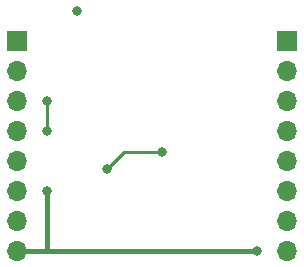
<source format=gbl>
%TF.GenerationSoftware,KiCad,Pcbnew,7.0.10*%
%TF.CreationDate,2024-10-03T23:04:49-07:00*%
%TF.ProjectId,e155 pcb,65313535-2070-4636-922e-6b696361645f,rev?*%
%TF.SameCoordinates,Original*%
%TF.FileFunction,Copper,L2,Bot*%
%TF.FilePolarity,Positive*%
%FSLAX46Y46*%
G04 Gerber Fmt 4.6, Leading zero omitted, Abs format (unit mm)*
G04 Created by KiCad (PCBNEW 7.0.10) date 2024-10-03 23:04:49*
%MOMM*%
%LPD*%
G01*
G04 APERTURE LIST*
%TA.AperFunction,ComponentPad*%
%ADD10R,1.700000X1.700000*%
%TD*%
%TA.AperFunction,ComponentPad*%
%ADD11O,1.700000X1.700000*%
%TD*%
%TA.AperFunction,ViaPad*%
%ADD12C,0.800000*%
%TD*%
%TA.AperFunction,Conductor*%
%ADD13C,0.250000*%
%TD*%
%TA.AperFunction,Conductor*%
%ADD14C,0.381000*%
%TD*%
G04 APERTURE END LIST*
D10*
%TO.P,J3,1,Pin_1*%
%TO.N,unconnected-(J3-Pin_1-Pad1)*%
X172720000Y-88900000D03*
D11*
%TO.P,J3,2,Pin_2*%
%TO.N,unconnected-(J3-Pin_2-Pad2)*%
X172720000Y-91440000D03*
%TO.P,J3,3,Pin_3*%
%TO.N,unconnected-(J3-Pin_3-Pad3)*%
X172720000Y-93980000D03*
%TO.P,J3,4,Pin_4*%
%TO.N,unconnected-(J3-Pin_4-Pad4)*%
X172720000Y-96520000D03*
%TO.P,J3,5,Pin_5*%
%TO.N,unconnected-(J3-Pin_5-Pad5)*%
X172720000Y-99060000D03*
%TO.P,J3,6,Pin_6*%
%TO.N,unconnected-(J3-Pin_6-Pad6)*%
X172720000Y-101600000D03*
%TO.P,J3,7,Pin_7*%
%TO.N,unconnected-(J3-Pin_7-Pad7)*%
X172720000Y-104140000D03*
%TO.P,J3,8,Pin_8*%
%TO.N,unconnected-(J3-Pin_8-Pad8)*%
X172720000Y-106680000D03*
%TD*%
%TO.P,J2,8,Pin_8*%
%TO.N,GND*%
X149860000Y-106680000D03*
%TO.P,J2,7,Pin_7*%
%TO.N,/+3.3V*%
X149860000Y-104140000D03*
%TO.P,J2,6,Pin_6*%
%TO.N,/MOSI*%
X149860000Y-101600000D03*
%TO.P,J2,5,Pin_5*%
%TO.N,/MISO*%
X149860000Y-99060000D03*
%TO.P,J2,4,Pin_4*%
%TO.N,/SCK*%
X149860000Y-96520000D03*
%TO.P,J2,3,Pin_3*%
%TO.N,/CS*%
X149860000Y-93980000D03*
%TO.P,J2,2,Pin_2*%
%TO.N,unconnected-(J2-Pin_2-Pad2)*%
X149860000Y-91440000D03*
D10*
%TO.P,J2,1,Pin_1*%
%TO.N,unconnected-(J2-Pin_1-Pad1)*%
X149860000Y-88900000D03*
%TD*%
D12*
%TO.N,*%
X154940000Y-86360000D03*
X154940000Y-86360000D03*
X154940000Y-86360000D03*
X154940000Y-86360000D03*
%TO.N,/SCK*%
X162137500Y-98335000D03*
X157480000Y-99785000D03*
%TO.N,GND*%
X170180000Y-106680000D03*
X152400000Y-101600000D03*
%TO.N,/CS*%
X152400000Y-96520000D03*
X152400000Y-93980000D03*
%TD*%
D13*
%TO.N,/SCK*%
X158930000Y-98335000D02*
X162137500Y-98335000D01*
X157480000Y-99785000D02*
X158930000Y-98335000D01*
D14*
%TO.N,GND*%
X152400000Y-106680000D02*
X170180000Y-106680000D01*
X152400000Y-101600000D02*
X152400000Y-106680000D01*
X152400000Y-106680000D02*
X149860000Y-106680000D01*
D13*
%TO.N,/CS*%
X152400000Y-93980000D02*
X152400000Y-96520000D01*
%TD*%
M02*

</source>
